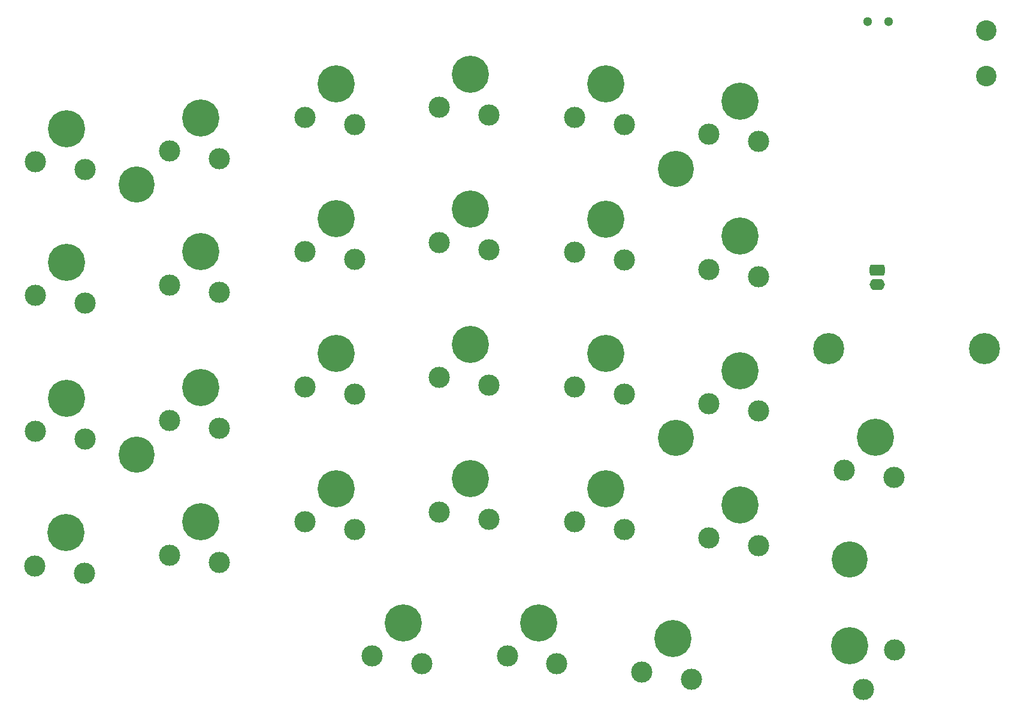
<source format=gts>
G04 #@! TF.GenerationSoftware,KiCad,Pcbnew,7.0.10*
G04 #@! TF.CreationDate,2024-03-21T01:02:57+01:00*
G04 #@! TF.ProjectId,allium58,616c6c69-756d-4353-982e-6b696361645f,rev?*
G04 #@! TF.SameCoordinates,Original*
G04 #@! TF.FileFunction,Soldermask,Top*
G04 #@! TF.FilePolarity,Negative*
%FSLAX46Y46*%
G04 Gerber Fmt 4.6, Leading zero omitted, Abs format (unit mm)*
G04 Created by KiCad (PCBNEW 7.0.10) date 2024-03-21 01:02:57*
%MOMM*%
%LPD*%
G01*
G04 APERTURE LIST*
G04 Aperture macros list*
%AMRoundRect*
0 Rectangle with rounded corners*
0 $1 Rounding radius*
0 $2 $3 $4 $5 $6 $7 $8 $9 X,Y pos of 4 corners*
0 Add a 4 corners polygon primitive as box body*
4,1,4,$2,$3,$4,$5,$6,$7,$8,$9,$2,$3,0*
0 Add four circle primitives for the rounded corners*
1,1,$1+$1,$2,$3*
1,1,$1+$1,$4,$5*
1,1,$1+$1,$6,$7*
1,1,$1+$1,$8,$9*
0 Add four rect primitives between the rounded corners*
20,1,$1+$1,$2,$3,$4,$5,0*
20,1,$1+$1,$4,$5,$6,$7,0*
20,1,$1+$1,$6,$7,$8,$9,0*
20,1,$1+$1,$8,$9,$2,$3,0*%
G04 Aperture macros list end*
%ADD10C,2.900000*%
%ADD11C,3.000000*%
%ADD12C,5.250000*%
%ADD13O,2.150000X1.600000*%
%ADD14RoundRect,0.400000X0.675000X-0.400000X0.675000X0.400000X-0.675000X0.400000X-0.675000X-0.400000X0*%
%ADD15C,5.100000*%
%ADD16C,4.400000*%
%ADD17C,1.300000*%
G04 APERTURE END LIST*
D10*
X166370000Y-46505000D03*
X166370000Y-40005000D03*
D11*
X127238100Y-54700000D03*
D12*
X131638100Y-50000000D03*
D11*
X134238100Y-55750000D03*
X108238100Y-52300000D03*
D12*
X112638100Y-47600000D03*
D11*
X115238100Y-53350000D03*
X89138100Y-50910000D03*
D12*
X93538100Y-46210000D03*
D11*
X96138100Y-51960000D03*
X70138100Y-52300000D03*
D12*
X74538100Y-47600000D03*
D11*
X77138100Y-53350000D03*
X51038100Y-57100000D03*
D12*
X55438100Y-52400000D03*
D11*
X58038100Y-58150000D03*
X32038100Y-58600000D03*
D12*
X36438100Y-53900000D03*
D11*
X39038100Y-59650000D03*
X127238100Y-73800000D03*
D12*
X131638100Y-69100000D03*
D11*
X134238100Y-74850000D03*
X108238100Y-71400000D03*
D12*
X112638100Y-66700000D03*
D11*
X115238100Y-72450000D03*
X89138100Y-70000000D03*
D12*
X93538100Y-65300000D03*
D11*
X96138100Y-71050000D03*
X70138100Y-71300000D03*
D12*
X74538100Y-66600000D03*
D11*
X77138100Y-72350000D03*
X51038100Y-76000000D03*
D12*
X55438100Y-71300000D03*
D11*
X58038100Y-77050000D03*
X32038100Y-77500000D03*
D12*
X36438100Y-72800000D03*
D11*
X39038100Y-78550000D03*
X127238100Y-92800000D03*
D12*
X131638100Y-88100000D03*
D11*
X134238100Y-93850000D03*
X108238100Y-90400000D03*
D12*
X112638100Y-85700000D03*
D11*
X115238100Y-91450000D03*
X89138100Y-89100000D03*
D12*
X93538100Y-84400000D03*
D11*
X96138100Y-90150000D03*
X70138100Y-90400000D03*
D12*
X74538100Y-85700000D03*
D11*
X77138100Y-91450000D03*
X51038100Y-95200000D03*
D12*
X55438100Y-90500000D03*
D11*
X58038100Y-96250000D03*
X32038100Y-96700000D03*
D12*
X36438100Y-92000000D03*
D11*
X39038100Y-97750000D03*
X127238100Y-111800000D03*
D12*
X131638100Y-107100000D03*
D11*
X134238100Y-112850000D03*
X108238100Y-109500000D03*
D12*
X112638100Y-104800000D03*
D11*
X115238100Y-110550000D03*
X89138100Y-108100000D03*
D12*
X93538100Y-103400000D03*
D11*
X96138100Y-109150000D03*
X70138100Y-109500000D03*
D12*
X74538100Y-104800000D03*
D11*
X77138100Y-110550000D03*
X51038100Y-114200000D03*
D12*
X55438100Y-109500000D03*
D11*
X58038100Y-115250000D03*
X31988100Y-115700000D03*
D12*
X36388100Y-111000000D03*
D11*
X38988100Y-116750000D03*
X146338100Y-102200000D03*
D12*
X150738100Y-97500000D03*
D11*
X153338100Y-103250000D03*
X149008419Y-133160512D03*
D12*
X147138100Y-127000000D03*
D11*
X153417746Y-127623334D03*
X117738100Y-130700000D03*
D12*
X122138100Y-126000000D03*
D11*
X124738100Y-131750000D03*
X98738100Y-128450000D03*
D12*
X103138100Y-123750000D03*
D11*
X105738100Y-129500000D03*
X79638100Y-128450000D03*
D12*
X84038100Y-123750000D03*
D11*
X86638100Y-129500000D03*
D13*
X150952200Y-75930000D03*
D14*
X150952200Y-73930000D03*
D15*
X122538100Y-59600000D03*
X46338100Y-61800000D03*
X122538100Y-97600000D03*
X46338100Y-100000000D03*
X147138100Y-114800000D03*
D16*
X166138100Y-85000000D03*
X144138100Y-85000000D03*
D17*
X149638100Y-38753000D03*
X152638100Y-38753000D03*
M02*

</source>
